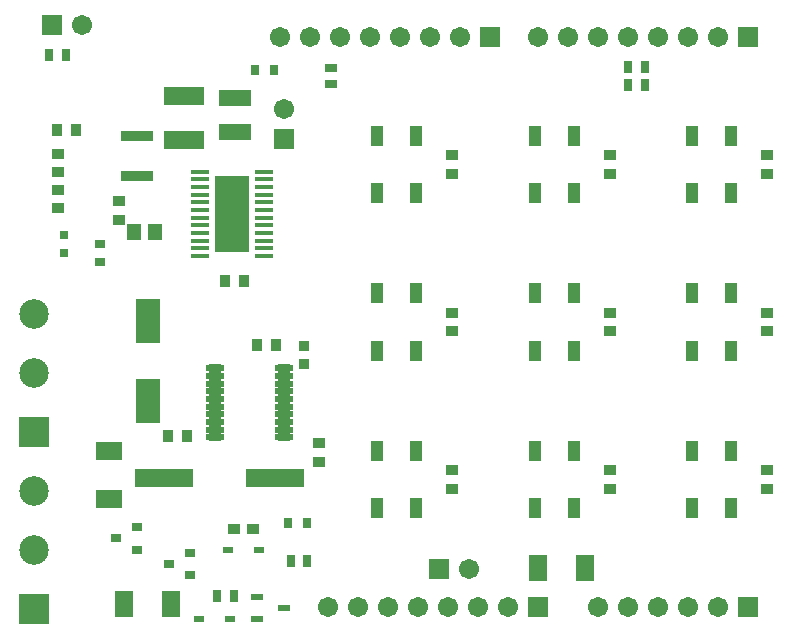
<source format=gts>
G04*
G04 #@! TF.GenerationSoftware,Altium Limited,Altium Designer,18.0.11 (651)*
G04*
G04 Layer_Color=8388736*
%FSLAX44Y44*%
%MOMM*%
G71*
G01*
G75*
%ADD16R,1.5500X2.2000*%
%ADD17R,1.0000X0.9500*%
%ADD18R,1.0000X0.9500*%
%ADD20R,0.9000X0.5000*%
%ADD21R,2.1000X3.8500*%
%ADD22R,4.9500X1.6500*%
%ADD23R,0.9720X0.8020*%
%ADD24R,0.7200X0.9900*%
%ADD25R,0.9500X0.8000*%
%ADD26R,0.8000X0.8000*%
%ADD27R,0.9500X0.9000*%
%ADD28R,0.9500X1.0000*%
%ADD29R,0.8000X0.9500*%
%ADD30R,0.8500X0.5000*%
%ADD31R,1.0500X0.5500*%
%ADD32R,0.9900X0.7200*%
%ADD33R,2.8000X0.9500*%
%ADD34R,2.2000X1.5500*%
%ADD35R,1.1500X1.4500*%
%ADD36R,1.0000X0.9000*%
%ADD37R,0.9000X1.0000*%
%ADD38R,2.8000X1.3500*%
%ADD39R,3.4000X1.6500*%
%ADD40R,1.5500X0.4500*%
%ADD41R,2.8500X6.5000*%
%ADD42R,1.1032X1.7032*%
%ADD43O,1.6032X0.6532*%
%ADD44C,1.7032*%
%ADD45R,1.7032X1.7032*%
%ADD46C,2.5000*%
%ADD47R,2.5000X2.5000*%
%ADD48R,1.7032X1.7032*%
D16*
X497520Y58420D02*
D03*
X457520D02*
D03*
X147000Y27940D02*
D03*
X107000D02*
D03*
D17*
X384810Y125350D02*
D03*
Y141350D02*
D03*
Y258700D02*
D03*
Y274700D02*
D03*
Y392050D02*
D03*
Y408050D02*
D03*
X518160Y125350D02*
D03*
Y141350D02*
D03*
Y258700D02*
D03*
Y274700D02*
D03*
Y392050D02*
D03*
Y408050D02*
D03*
X651510Y392050D02*
D03*
Y408050D02*
D03*
Y125350D02*
D03*
Y141350D02*
D03*
Y258700D02*
D03*
Y274700D02*
D03*
X271882Y164464D02*
D03*
Y148464D02*
D03*
X102667Y368934D02*
D03*
Y352934D02*
D03*
X50800Y393320D02*
D03*
Y409320D02*
D03*
D18*
X200280Y91440D02*
D03*
X216280D02*
D03*
D20*
X221280Y73660D02*
D03*
X195280D02*
D03*
D21*
X127000Y199680D02*
D03*
Y267680D02*
D03*
D22*
X234960Y134620D02*
D03*
X140960D02*
D03*
D23*
X145277Y61951D02*
D03*
X162977Y71451D02*
D03*
Y52451D02*
D03*
X100548Y83414D02*
D03*
X118248Y92914D02*
D03*
Y73914D02*
D03*
D24*
X43900Y492760D02*
D03*
X57700D02*
D03*
X248319Y64186D02*
D03*
X262119D02*
D03*
X185988Y34341D02*
D03*
X199788D02*
D03*
X547920Y467360D02*
D03*
X534120D02*
D03*
X547920Y482600D02*
D03*
X534120D02*
D03*
D25*
X86360Y317120D02*
D03*
Y333120D02*
D03*
D26*
X55879Y340241D02*
D03*
Y325241D02*
D03*
D27*
X259080Y246760D02*
D03*
Y230760D02*
D03*
D28*
X219330Y247396D02*
D03*
X235330D02*
D03*
X160400Y170180D02*
D03*
X144400D02*
D03*
X208609Y301142D02*
D03*
X192609D02*
D03*
D29*
X234060Y480060D02*
D03*
X218060D02*
D03*
X246102Y96901D02*
D03*
X262102D02*
D03*
D30*
X170794Y15291D02*
D03*
X196794D02*
D03*
D31*
X219538Y34113D02*
D03*
Y15113D02*
D03*
X242538Y24613D02*
D03*
D32*
X282524Y482058D02*
D03*
Y468258D02*
D03*
D33*
X117831Y390492D02*
D03*
Y424492D02*
D03*
D34*
X93980Y117160D02*
D03*
Y157160D02*
D03*
D35*
X133155Y343230D02*
D03*
X115155D02*
D03*
D36*
X50800Y378840D02*
D03*
Y362840D02*
D03*
D37*
X50420Y429260D02*
D03*
X66420D02*
D03*
D38*
X200660Y427460D02*
D03*
Y456460D02*
D03*
D39*
X157480Y420420D02*
D03*
Y458420D02*
D03*
D40*
X225120Y322390D02*
D03*
Y328890D02*
D03*
Y335390D02*
D03*
Y341890D02*
D03*
Y348390D02*
D03*
Y354890D02*
D03*
Y361390D02*
D03*
Y367890D02*
D03*
Y374390D02*
D03*
Y380890D02*
D03*
Y387390D02*
D03*
Y393890D02*
D03*
X171120D02*
D03*
Y387390D02*
D03*
Y380890D02*
D03*
Y374390D02*
D03*
Y367890D02*
D03*
Y361390D02*
D03*
Y354890D02*
D03*
Y348390D02*
D03*
Y341890D02*
D03*
Y335390D02*
D03*
Y328890D02*
D03*
Y322390D02*
D03*
D41*
X198120Y358140D02*
D03*
D42*
X588020Y108850D02*
D03*
X621020D02*
D03*
Y157850D02*
D03*
X588020D02*
D03*
Y242200D02*
D03*
X621020D02*
D03*
Y291200D02*
D03*
X588020D02*
D03*
Y375550D02*
D03*
X621020D02*
D03*
Y424550D02*
D03*
X588020D02*
D03*
X454670Y375550D02*
D03*
X487670D02*
D03*
Y424550D02*
D03*
X454670D02*
D03*
Y242200D02*
D03*
X487670D02*
D03*
Y291200D02*
D03*
X454670D02*
D03*
Y108850D02*
D03*
X487670D02*
D03*
Y157850D02*
D03*
X454670D02*
D03*
X321320Y108850D02*
D03*
X354320D02*
D03*
Y157850D02*
D03*
X321320D02*
D03*
Y242200D02*
D03*
X354320D02*
D03*
Y291200D02*
D03*
X321320D02*
D03*
Y375550D02*
D03*
X354320D02*
D03*
Y424550D02*
D03*
X321320D02*
D03*
D43*
X183860Y227370D02*
D03*
Y220870D02*
D03*
Y214370D02*
D03*
Y207870D02*
D03*
Y201370D02*
D03*
Y194870D02*
D03*
Y188370D02*
D03*
Y181870D02*
D03*
Y175370D02*
D03*
Y168870D02*
D03*
X242860Y227370D02*
D03*
Y220870D02*
D03*
Y214370D02*
D03*
Y207870D02*
D03*
Y201370D02*
D03*
Y194870D02*
D03*
Y188370D02*
D03*
Y181870D02*
D03*
Y175370D02*
D03*
Y168870D02*
D03*
D44*
X508000Y25400D02*
D03*
X533400D02*
D03*
X558800D02*
D03*
X584200D02*
D03*
X609600D02*
D03*
X457200Y508000D02*
D03*
X482600D02*
D03*
X508000D02*
D03*
X533400D02*
D03*
X558800D02*
D03*
X584200D02*
D03*
X609600D02*
D03*
X238760D02*
D03*
X264160D02*
D03*
X289560D02*
D03*
X314960D02*
D03*
X340360D02*
D03*
X365760D02*
D03*
X391160D02*
D03*
X399466Y57861D02*
D03*
X71120Y518160D02*
D03*
X242392Y446684D02*
D03*
X431800Y25400D02*
D03*
X406400D02*
D03*
X381000D02*
D03*
X355600D02*
D03*
X330200D02*
D03*
X304800D02*
D03*
X279400D02*
D03*
D45*
X635000D02*
D03*
Y508000D02*
D03*
X416560D02*
D03*
X374066Y57861D02*
D03*
X45720Y518160D02*
D03*
X457200Y25400D02*
D03*
D46*
X30480Y73660D02*
D03*
Y123660D02*
D03*
Y223660D02*
D03*
Y273660D02*
D03*
D47*
Y23660D02*
D03*
Y173660D02*
D03*
D48*
X242392Y421284D02*
D03*
M02*

</source>
